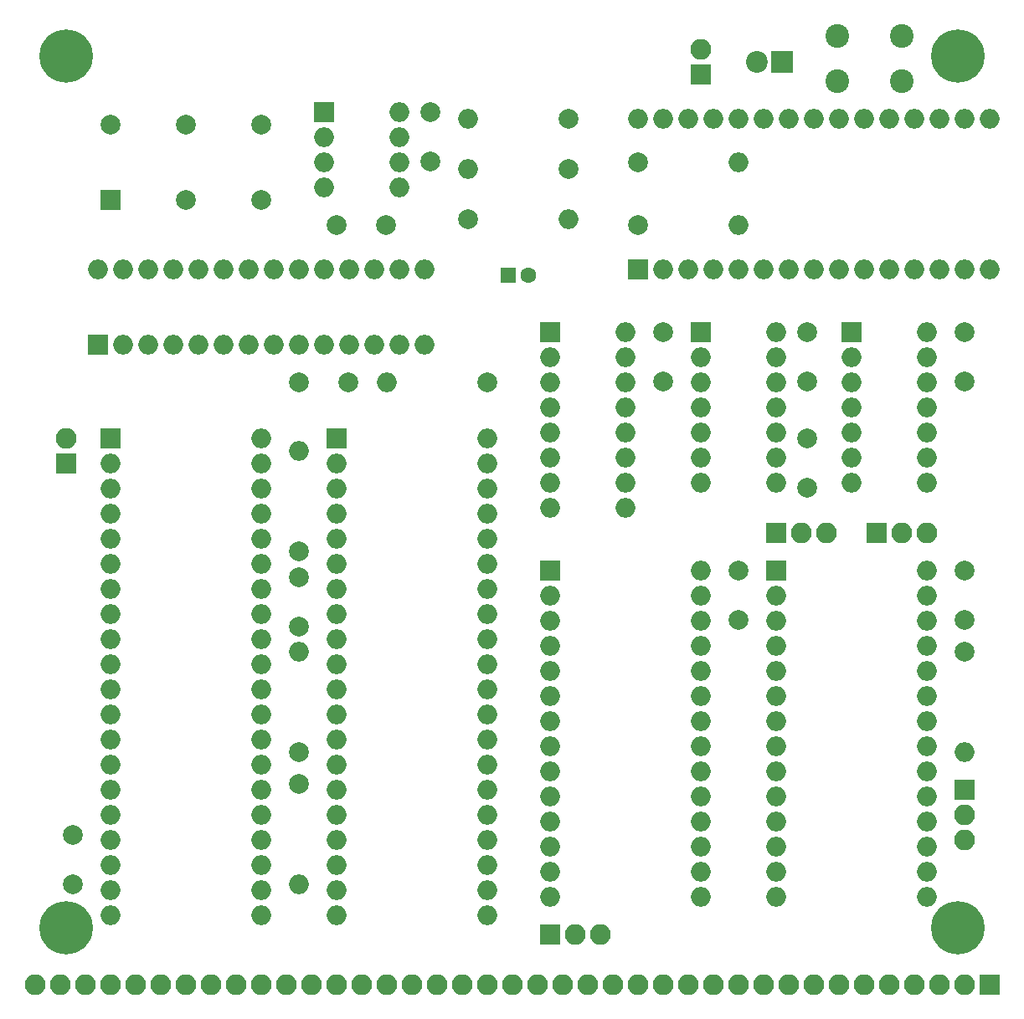
<source format=gts>
G04 #@! TF.FileFunction,Soldermask,Top*
%FSLAX46Y46*%
G04 Gerber Fmt 4.6, Leading zero omitted, Abs format (unit mm)*
G04 Created by KiCad (PCBNEW 4.0.7) date 01/13/19 15:56:07*
%MOMM*%
%LPD*%
G01*
G04 APERTURE LIST*
%ADD10C,0.100000*%
%ADD11R,2.000000X2.000000*%
%ADD12O,2.000000X2.000000*%
%ADD13C,2.000000*%
%ADD14R,2.100000X2.100000*%
%ADD15O,2.100000X2.100000*%
%ADD16C,2.400000*%
%ADD17R,1.600000X1.600000*%
%ADD18C,1.600000*%
%ADD19C,5.400000*%
%ADD20R,2.200000X2.200000*%
%ADD21C,2.200000*%
G04 APERTURE END LIST*
D10*
D11*
X147955000Y-82550000D03*
D12*
X163195000Y-130810000D03*
X147955000Y-85090000D03*
X163195000Y-128270000D03*
X147955000Y-87630000D03*
X163195000Y-125730000D03*
X147955000Y-90170000D03*
X163195000Y-123190000D03*
X147955000Y-92710000D03*
X163195000Y-120650000D03*
X147955000Y-95250000D03*
X163195000Y-118110000D03*
X147955000Y-97790000D03*
X163195000Y-115570000D03*
X147955000Y-100330000D03*
X163195000Y-113030000D03*
X147955000Y-102870000D03*
X163195000Y-110490000D03*
X147955000Y-105410000D03*
X163195000Y-107950000D03*
X147955000Y-107950000D03*
X163195000Y-105410000D03*
X147955000Y-110490000D03*
X163195000Y-102870000D03*
X147955000Y-113030000D03*
X163195000Y-100330000D03*
X147955000Y-115570000D03*
X163195000Y-97790000D03*
X147955000Y-118110000D03*
X163195000Y-95250000D03*
X147955000Y-120650000D03*
X163195000Y-92710000D03*
X147955000Y-123190000D03*
X163195000Y-90170000D03*
X147955000Y-125730000D03*
X163195000Y-87630000D03*
X147955000Y-128270000D03*
X163195000Y-85090000D03*
X147955000Y-130810000D03*
X163195000Y-82550000D03*
D13*
X144145000Y-101600000D03*
X144145000Y-96600000D03*
X188595000Y-95885000D03*
X188595000Y-100885000D03*
X211455000Y-95885000D03*
X211455000Y-100885000D03*
X211455000Y-71755000D03*
X211455000Y-76755000D03*
X147955000Y-60960000D03*
X152955000Y-60960000D03*
X195580000Y-71755000D03*
X195580000Y-76755000D03*
X121285000Y-127635000D03*
X121285000Y-122635000D03*
X144145000Y-76835000D03*
X149145000Y-76835000D03*
X157480000Y-49530000D03*
X157480000Y-54530000D03*
D11*
X178435000Y-65405000D03*
D12*
X211455000Y-50165000D03*
X180975000Y-65405000D03*
X208915000Y-50165000D03*
X183515000Y-65405000D03*
X206375000Y-50165000D03*
X186055000Y-65405000D03*
X203835000Y-50165000D03*
X188595000Y-65405000D03*
X201295000Y-50165000D03*
X191135000Y-65405000D03*
X198755000Y-50165000D03*
X193675000Y-65405000D03*
X196215000Y-50165000D03*
X196215000Y-65405000D03*
X193675000Y-50165000D03*
X198755000Y-65405000D03*
X191135000Y-50165000D03*
X201295000Y-65405000D03*
X188595000Y-50165000D03*
X203835000Y-65405000D03*
X186055000Y-50165000D03*
X206375000Y-65405000D03*
X183515000Y-50165000D03*
X208915000Y-65405000D03*
X180975000Y-50165000D03*
X211455000Y-65405000D03*
X178435000Y-50165000D03*
X213995000Y-65405000D03*
X213995000Y-50165000D03*
D14*
X213995000Y-137795000D03*
D15*
X211455000Y-137795000D03*
X208915000Y-137795000D03*
X206375000Y-137795000D03*
X203835000Y-137795000D03*
X201295000Y-137795000D03*
X198755000Y-137795000D03*
X196215000Y-137795000D03*
X193675000Y-137795000D03*
X191135000Y-137795000D03*
X188595000Y-137795000D03*
X186055000Y-137795000D03*
X183515000Y-137795000D03*
X180975000Y-137795000D03*
X178435000Y-137795000D03*
X175895000Y-137795000D03*
X173355000Y-137795000D03*
X170815000Y-137795000D03*
X168275000Y-137795000D03*
X165735000Y-137795000D03*
X163195000Y-137795000D03*
X160655000Y-137795000D03*
X158115000Y-137795000D03*
X155575000Y-137795000D03*
X153035000Y-137795000D03*
X150495000Y-137795000D03*
X147955000Y-137795000D03*
X145415000Y-137795000D03*
X142875000Y-137795000D03*
X140335000Y-137795000D03*
X137795000Y-137795000D03*
X135255000Y-137795000D03*
X132715000Y-137795000D03*
X130175000Y-137795000D03*
X127635000Y-137795000D03*
X125095000Y-137795000D03*
X122555000Y-137795000D03*
X120015000Y-137795000D03*
X117475000Y-137795000D03*
D13*
X211455000Y-104140000D03*
D12*
X211455000Y-114300000D03*
D13*
X171450000Y-50165000D03*
D12*
X161290000Y-50165000D03*
D13*
X171450000Y-55245000D03*
D12*
X161290000Y-55245000D03*
D13*
X161290000Y-60325000D03*
D12*
X171450000Y-60325000D03*
D13*
X178435000Y-54610000D03*
D12*
X188595000Y-54610000D03*
D13*
X144145000Y-117475000D03*
D12*
X144145000Y-127635000D03*
D13*
X144145000Y-114300000D03*
D12*
X144145000Y-104140000D03*
D13*
X144145000Y-93980000D03*
D12*
X144145000Y-83820000D03*
D13*
X178435000Y-60960000D03*
D12*
X188595000Y-60960000D03*
D16*
X205105000Y-41855000D03*
X205105000Y-46355000D03*
X198605000Y-41855000D03*
X198605000Y-46355000D03*
D11*
X169545000Y-95885000D03*
D12*
X184785000Y-128905000D03*
X169545000Y-98425000D03*
X184785000Y-126365000D03*
X169545000Y-100965000D03*
X184785000Y-123825000D03*
X169545000Y-103505000D03*
X184785000Y-121285000D03*
X169545000Y-106045000D03*
X184785000Y-118745000D03*
X169545000Y-108585000D03*
X184785000Y-116205000D03*
X169545000Y-111125000D03*
X184785000Y-113665000D03*
X169545000Y-113665000D03*
X184785000Y-111125000D03*
X169545000Y-116205000D03*
X184785000Y-108585000D03*
X169545000Y-118745000D03*
X184785000Y-106045000D03*
X169545000Y-121285000D03*
X184785000Y-103505000D03*
X169545000Y-123825000D03*
X184785000Y-100965000D03*
X169545000Y-126365000D03*
X184785000Y-98425000D03*
X169545000Y-128905000D03*
X184785000Y-95885000D03*
D11*
X200025000Y-71755000D03*
D12*
X207645000Y-86995000D03*
X200025000Y-74295000D03*
X207645000Y-84455000D03*
X200025000Y-76835000D03*
X207645000Y-81915000D03*
X200025000Y-79375000D03*
X207645000Y-79375000D03*
X200025000Y-81915000D03*
X207645000Y-76835000D03*
X200025000Y-84455000D03*
X207645000Y-74295000D03*
X200025000Y-86995000D03*
X207645000Y-71755000D03*
D11*
X184785000Y-71755000D03*
D12*
X192405000Y-86995000D03*
X184785000Y-74295000D03*
X192405000Y-84455000D03*
X184785000Y-76835000D03*
X192405000Y-81915000D03*
X184785000Y-79375000D03*
X192405000Y-79375000D03*
X184785000Y-81915000D03*
X192405000Y-76835000D03*
X184785000Y-84455000D03*
X192405000Y-74295000D03*
X184785000Y-86995000D03*
X192405000Y-71755000D03*
D11*
X125095000Y-82550000D03*
D12*
X140335000Y-130810000D03*
X125095000Y-85090000D03*
X140335000Y-128270000D03*
X125095000Y-87630000D03*
X140335000Y-125730000D03*
X125095000Y-90170000D03*
X140335000Y-123190000D03*
X125095000Y-92710000D03*
X140335000Y-120650000D03*
X125095000Y-95250000D03*
X140335000Y-118110000D03*
X125095000Y-97790000D03*
X140335000Y-115570000D03*
X125095000Y-100330000D03*
X140335000Y-113030000D03*
X125095000Y-102870000D03*
X140335000Y-110490000D03*
X125095000Y-105410000D03*
X140335000Y-107950000D03*
X125095000Y-107950000D03*
X140335000Y-105410000D03*
X125095000Y-110490000D03*
X140335000Y-102870000D03*
X125095000Y-113030000D03*
X140335000Y-100330000D03*
X125095000Y-115570000D03*
X140335000Y-97790000D03*
X125095000Y-118110000D03*
X140335000Y-95250000D03*
X125095000Y-120650000D03*
X140335000Y-92710000D03*
X125095000Y-123190000D03*
X140335000Y-90170000D03*
X125095000Y-125730000D03*
X140335000Y-87630000D03*
X125095000Y-128270000D03*
X140335000Y-85090000D03*
X125095000Y-130810000D03*
X140335000Y-82550000D03*
D11*
X123825000Y-73025000D03*
D12*
X156845000Y-65405000D03*
X126365000Y-73025000D03*
X154305000Y-65405000D03*
X128905000Y-73025000D03*
X151765000Y-65405000D03*
X131445000Y-73025000D03*
X149225000Y-65405000D03*
X133985000Y-73025000D03*
X146685000Y-65405000D03*
X136525000Y-73025000D03*
X144145000Y-65405000D03*
X139065000Y-73025000D03*
X141605000Y-65405000D03*
X141605000Y-73025000D03*
X139065000Y-65405000D03*
X144145000Y-73025000D03*
X136525000Y-65405000D03*
X146685000Y-73025000D03*
X133985000Y-65405000D03*
X149225000Y-73025000D03*
X131445000Y-65405000D03*
X151765000Y-73025000D03*
X128905000Y-65405000D03*
X154305000Y-73025000D03*
X126365000Y-65405000D03*
X156845000Y-73025000D03*
X123825000Y-65405000D03*
D11*
X169545000Y-71755000D03*
D12*
X177165000Y-89535000D03*
X169545000Y-74295000D03*
X177165000Y-86995000D03*
X169545000Y-76835000D03*
X177165000Y-84455000D03*
X169545000Y-79375000D03*
X177165000Y-81915000D03*
X169545000Y-81915000D03*
X177165000Y-79375000D03*
X169545000Y-84455000D03*
X177165000Y-76835000D03*
X169545000Y-86995000D03*
X177165000Y-74295000D03*
X169545000Y-89535000D03*
X177165000Y-71755000D03*
D11*
X192405000Y-95885000D03*
D12*
X207645000Y-128905000D03*
X192405000Y-98425000D03*
X207645000Y-126365000D03*
X192405000Y-100965000D03*
X207645000Y-123825000D03*
X192405000Y-103505000D03*
X207645000Y-121285000D03*
X192405000Y-106045000D03*
X207645000Y-118745000D03*
X192405000Y-108585000D03*
X207645000Y-116205000D03*
X192405000Y-111125000D03*
X207645000Y-113665000D03*
X192405000Y-113665000D03*
X207645000Y-111125000D03*
X192405000Y-116205000D03*
X207645000Y-108585000D03*
X192405000Y-118745000D03*
X207645000Y-106045000D03*
X192405000Y-121285000D03*
X207645000Y-103505000D03*
X192405000Y-123825000D03*
X207645000Y-100965000D03*
X192405000Y-126365000D03*
X207645000Y-98425000D03*
X192405000Y-128905000D03*
X207645000Y-95885000D03*
D11*
X146685000Y-49530000D03*
D12*
X154305000Y-57150000D03*
X146685000Y-52070000D03*
X154305000Y-54610000D03*
X146685000Y-54610000D03*
X154305000Y-52070000D03*
X146685000Y-57150000D03*
X154305000Y-49530000D03*
D13*
X180975000Y-71755000D03*
X180975000Y-76755000D03*
D17*
X165354000Y-66040000D03*
D18*
X167354000Y-66040000D03*
D13*
X195580000Y-82550000D03*
X195580000Y-87550000D03*
D19*
X210820000Y-132080000D03*
X120650000Y-132080000D03*
X210820000Y-43815000D03*
X120650000Y-43815000D03*
D14*
X120650000Y-85090000D03*
D15*
X120650000Y-82550000D03*
D20*
X193040000Y-44450000D03*
D21*
X190500000Y-44450000D03*
D14*
X184785000Y-45720000D03*
D15*
X184785000Y-43180000D03*
D14*
X192405000Y-92075000D03*
D15*
X194945000Y-92075000D03*
X197485000Y-92075000D03*
D14*
X202565000Y-92075000D03*
D15*
X205105000Y-92075000D03*
X207645000Y-92075000D03*
D13*
X163195000Y-76835000D03*
D12*
X153035000Y-76835000D03*
D13*
X132715000Y-58420000D03*
X132715000Y-50800000D03*
D11*
X125095000Y-58420000D03*
D13*
X125095000Y-50800000D03*
X140335000Y-50800000D03*
X140335000Y-58420000D03*
D14*
X211455000Y-118110000D03*
D15*
X211455000Y-120650000D03*
X211455000Y-123190000D03*
D14*
X169545000Y-132715000D03*
D15*
X172085000Y-132715000D03*
X174625000Y-132715000D03*
M02*

</source>
